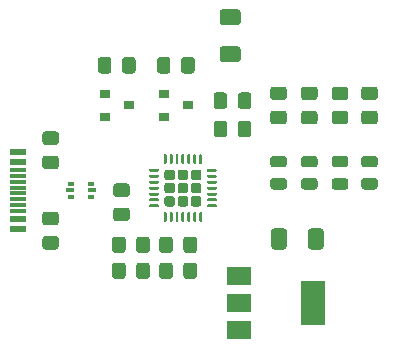
<source format=gtp>
G04 #@! TF.GenerationSoftware,KiCad,Pcbnew,(5.1.10)-1*
G04 #@! TF.CreationDate,2021-10-05T03:14:11+03:00*
G04 #@! TF.ProjectId,programming_board,70726f67-7261-46d6-9d69-6e675f626f61,rev?*
G04 #@! TF.SameCoordinates,Original*
G04 #@! TF.FileFunction,Paste,Top*
G04 #@! TF.FilePolarity,Positive*
%FSLAX46Y46*%
G04 Gerber Fmt 4.6, Leading zero omitted, Abs format (unit mm)*
G04 Created by KiCad (PCBNEW (5.1.10)-1) date 2021-10-05 03:14:11*
%MOMM*%
%LPD*%
G01*
G04 APERTURE LIST*
%ADD10R,0.500000X0.375000*%
%ADD11R,0.650000X0.300000*%
%ADD12R,2.000000X1.500000*%
%ADD13R,2.000000X3.800000*%
%ADD14R,0.900000X0.800000*%
%ADD15R,1.450000X0.600000*%
%ADD16R,1.450000X0.300000*%
G04 APERTURE END LIST*
G36*
G01*
X178470000Y-97545000D02*
X178470000Y-97095000D01*
G75*
G02*
X178695000Y-96870000I225000J0D01*
G01*
X179145000Y-96870000D01*
G75*
G02*
X179370000Y-97095000I0J-225000D01*
G01*
X179370000Y-97545000D01*
G75*
G02*
X179145000Y-97770000I-225000J0D01*
G01*
X178695000Y-97770000D01*
G75*
G02*
X178470000Y-97545000I0J225000D01*
G01*
G37*
G36*
G01*
X178470000Y-96425000D02*
X178470000Y-95975000D01*
G75*
G02*
X178695000Y-95750000I225000J0D01*
G01*
X179145000Y-95750000D01*
G75*
G02*
X179370000Y-95975000I0J-225000D01*
G01*
X179370000Y-96425000D01*
G75*
G02*
X179145000Y-96650000I-225000J0D01*
G01*
X178695000Y-96650000D01*
G75*
G02*
X178470000Y-96425000I0J225000D01*
G01*
G37*
G36*
G01*
X178470000Y-95305000D02*
X178470000Y-94855000D01*
G75*
G02*
X178695000Y-94630000I225000J0D01*
G01*
X179145000Y-94630000D01*
G75*
G02*
X179370000Y-94855000I0J-225000D01*
G01*
X179370000Y-95305000D01*
G75*
G02*
X179145000Y-95530000I-225000J0D01*
G01*
X178695000Y-95530000D01*
G75*
G02*
X178470000Y-95305000I0J225000D01*
G01*
G37*
G36*
G01*
X177350000Y-97545000D02*
X177350000Y-97095000D01*
G75*
G02*
X177575000Y-96870000I225000J0D01*
G01*
X178025000Y-96870000D01*
G75*
G02*
X178250000Y-97095000I0J-225000D01*
G01*
X178250000Y-97545000D01*
G75*
G02*
X178025000Y-97770000I-225000J0D01*
G01*
X177575000Y-97770000D01*
G75*
G02*
X177350000Y-97545000I0J225000D01*
G01*
G37*
G36*
G01*
X177350000Y-96425000D02*
X177350000Y-95975000D01*
G75*
G02*
X177575000Y-95750000I225000J0D01*
G01*
X178025000Y-95750000D01*
G75*
G02*
X178250000Y-95975000I0J-225000D01*
G01*
X178250000Y-96425000D01*
G75*
G02*
X178025000Y-96650000I-225000J0D01*
G01*
X177575000Y-96650000D01*
G75*
G02*
X177350000Y-96425000I0J225000D01*
G01*
G37*
G36*
G01*
X177350000Y-95305000D02*
X177350000Y-94855000D01*
G75*
G02*
X177575000Y-94630000I225000J0D01*
G01*
X178025000Y-94630000D01*
G75*
G02*
X178250000Y-94855000I0J-225000D01*
G01*
X178250000Y-95305000D01*
G75*
G02*
X178025000Y-95530000I-225000J0D01*
G01*
X177575000Y-95530000D01*
G75*
G02*
X177350000Y-95305000I0J225000D01*
G01*
G37*
G36*
G01*
X176230000Y-97545000D02*
X176230000Y-97095000D01*
G75*
G02*
X176455000Y-96870000I225000J0D01*
G01*
X176905000Y-96870000D01*
G75*
G02*
X177130000Y-97095000I0J-225000D01*
G01*
X177130000Y-97545000D01*
G75*
G02*
X176905000Y-97770000I-225000J0D01*
G01*
X176455000Y-97770000D01*
G75*
G02*
X176230000Y-97545000I0J225000D01*
G01*
G37*
G36*
G01*
X176230000Y-96425000D02*
X176230000Y-95975000D01*
G75*
G02*
X176455000Y-95750000I225000J0D01*
G01*
X176905000Y-95750000D01*
G75*
G02*
X177130000Y-95975000I0J-225000D01*
G01*
X177130000Y-96425000D01*
G75*
G02*
X176905000Y-96650000I-225000J0D01*
G01*
X176455000Y-96650000D01*
G75*
G02*
X176230000Y-96425000I0J225000D01*
G01*
G37*
G36*
G01*
X176230000Y-95305000D02*
X176230000Y-94855000D01*
G75*
G02*
X176455000Y-94630000I225000J0D01*
G01*
X176905000Y-94630000D01*
G75*
G02*
X177130000Y-94855000I0J-225000D01*
G01*
X177130000Y-95305000D01*
G75*
G02*
X176905000Y-95530000I-225000J0D01*
G01*
X176455000Y-95530000D01*
G75*
G02*
X176230000Y-95305000I0J225000D01*
G01*
G37*
G36*
G01*
X176175000Y-94087500D02*
X176175000Y-93412500D01*
G75*
G02*
X176237500Y-93350000I62500J0D01*
G01*
X176362500Y-93350000D01*
G75*
G02*
X176425000Y-93412500I0J-62500D01*
G01*
X176425000Y-94087500D01*
G75*
G02*
X176362500Y-94150000I-62500J0D01*
G01*
X176237500Y-94150000D01*
G75*
G02*
X176175000Y-94087500I0J62500D01*
G01*
G37*
G36*
G01*
X176675000Y-94087500D02*
X176675000Y-93412500D01*
G75*
G02*
X176737500Y-93350000I62500J0D01*
G01*
X176862500Y-93350000D01*
G75*
G02*
X176925000Y-93412500I0J-62500D01*
G01*
X176925000Y-94087500D01*
G75*
G02*
X176862500Y-94150000I-62500J0D01*
G01*
X176737500Y-94150000D01*
G75*
G02*
X176675000Y-94087500I0J62500D01*
G01*
G37*
G36*
G01*
X177175000Y-94087500D02*
X177175000Y-93412500D01*
G75*
G02*
X177237500Y-93350000I62500J0D01*
G01*
X177362500Y-93350000D01*
G75*
G02*
X177425000Y-93412500I0J-62500D01*
G01*
X177425000Y-94087500D01*
G75*
G02*
X177362500Y-94150000I-62500J0D01*
G01*
X177237500Y-94150000D01*
G75*
G02*
X177175000Y-94087500I0J62500D01*
G01*
G37*
G36*
G01*
X177675000Y-94087500D02*
X177675000Y-93412500D01*
G75*
G02*
X177737500Y-93350000I62500J0D01*
G01*
X177862500Y-93350000D01*
G75*
G02*
X177925000Y-93412500I0J-62500D01*
G01*
X177925000Y-94087500D01*
G75*
G02*
X177862500Y-94150000I-62500J0D01*
G01*
X177737500Y-94150000D01*
G75*
G02*
X177675000Y-94087500I0J62500D01*
G01*
G37*
G36*
G01*
X178175000Y-94087500D02*
X178175000Y-93412500D01*
G75*
G02*
X178237500Y-93350000I62500J0D01*
G01*
X178362500Y-93350000D01*
G75*
G02*
X178425000Y-93412500I0J-62500D01*
G01*
X178425000Y-94087500D01*
G75*
G02*
X178362500Y-94150000I-62500J0D01*
G01*
X178237500Y-94150000D01*
G75*
G02*
X178175000Y-94087500I0J62500D01*
G01*
G37*
G36*
G01*
X178675000Y-94087500D02*
X178675000Y-93412500D01*
G75*
G02*
X178737500Y-93350000I62500J0D01*
G01*
X178862500Y-93350000D01*
G75*
G02*
X178925000Y-93412500I0J-62500D01*
G01*
X178925000Y-94087500D01*
G75*
G02*
X178862500Y-94150000I-62500J0D01*
G01*
X178737500Y-94150000D01*
G75*
G02*
X178675000Y-94087500I0J62500D01*
G01*
G37*
G36*
G01*
X179175000Y-94087500D02*
X179175000Y-93412500D01*
G75*
G02*
X179237500Y-93350000I62500J0D01*
G01*
X179362500Y-93350000D01*
G75*
G02*
X179425000Y-93412500I0J-62500D01*
G01*
X179425000Y-94087500D01*
G75*
G02*
X179362500Y-94150000I-62500J0D01*
G01*
X179237500Y-94150000D01*
G75*
G02*
X179175000Y-94087500I0J62500D01*
G01*
G37*
G36*
G01*
X179850000Y-94762500D02*
X179850000Y-94637500D01*
G75*
G02*
X179912500Y-94575000I62500J0D01*
G01*
X180587500Y-94575000D01*
G75*
G02*
X180650000Y-94637500I0J-62500D01*
G01*
X180650000Y-94762500D01*
G75*
G02*
X180587500Y-94825000I-62500J0D01*
G01*
X179912500Y-94825000D01*
G75*
G02*
X179850000Y-94762500I0J62500D01*
G01*
G37*
G36*
G01*
X179850000Y-95262500D02*
X179850000Y-95137500D01*
G75*
G02*
X179912500Y-95075000I62500J0D01*
G01*
X180587500Y-95075000D01*
G75*
G02*
X180650000Y-95137500I0J-62500D01*
G01*
X180650000Y-95262500D01*
G75*
G02*
X180587500Y-95325000I-62500J0D01*
G01*
X179912500Y-95325000D01*
G75*
G02*
X179850000Y-95262500I0J62500D01*
G01*
G37*
G36*
G01*
X179850000Y-95762500D02*
X179850000Y-95637500D01*
G75*
G02*
X179912500Y-95575000I62500J0D01*
G01*
X180587500Y-95575000D01*
G75*
G02*
X180650000Y-95637500I0J-62500D01*
G01*
X180650000Y-95762500D01*
G75*
G02*
X180587500Y-95825000I-62500J0D01*
G01*
X179912500Y-95825000D01*
G75*
G02*
X179850000Y-95762500I0J62500D01*
G01*
G37*
G36*
G01*
X179850000Y-96262500D02*
X179850000Y-96137500D01*
G75*
G02*
X179912500Y-96075000I62500J0D01*
G01*
X180587500Y-96075000D01*
G75*
G02*
X180650000Y-96137500I0J-62500D01*
G01*
X180650000Y-96262500D01*
G75*
G02*
X180587500Y-96325000I-62500J0D01*
G01*
X179912500Y-96325000D01*
G75*
G02*
X179850000Y-96262500I0J62500D01*
G01*
G37*
G36*
G01*
X179850000Y-96762500D02*
X179850000Y-96637500D01*
G75*
G02*
X179912500Y-96575000I62500J0D01*
G01*
X180587500Y-96575000D01*
G75*
G02*
X180650000Y-96637500I0J-62500D01*
G01*
X180650000Y-96762500D01*
G75*
G02*
X180587500Y-96825000I-62500J0D01*
G01*
X179912500Y-96825000D01*
G75*
G02*
X179850000Y-96762500I0J62500D01*
G01*
G37*
G36*
G01*
X179850000Y-97262500D02*
X179850000Y-97137500D01*
G75*
G02*
X179912500Y-97075000I62500J0D01*
G01*
X180587500Y-97075000D01*
G75*
G02*
X180650000Y-97137500I0J-62500D01*
G01*
X180650000Y-97262500D01*
G75*
G02*
X180587500Y-97325000I-62500J0D01*
G01*
X179912500Y-97325000D01*
G75*
G02*
X179850000Y-97262500I0J62500D01*
G01*
G37*
G36*
G01*
X179850000Y-97762500D02*
X179850000Y-97637500D01*
G75*
G02*
X179912500Y-97575000I62500J0D01*
G01*
X180587500Y-97575000D01*
G75*
G02*
X180650000Y-97637500I0J-62500D01*
G01*
X180650000Y-97762500D01*
G75*
G02*
X180587500Y-97825000I-62500J0D01*
G01*
X179912500Y-97825000D01*
G75*
G02*
X179850000Y-97762500I0J62500D01*
G01*
G37*
G36*
G01*
X179175000Y-98987500D02*
X179175000Y-98312500D01*
G75*
G02*
X179237500Y-98250000I62500J0D01*
G01*
X179362500Y-98250000D01*
G75*
G02*
X179425000Y-98312500I0J-62500D01*
G01*
X179425000Y-98987500D01*
G75*
G02*
X179362500Y-99050000I-62500J0D01*
G01*
X179237500Y-99050000D01*
G75*
G02*
X179175000Y-98987500I0J62500D01*
G01*
G37*
G36*
G01*
X178675000Y-98987500D02*
X178675000Y-98312500D01*
G75*
G02*
X178737500Y-98250000I62500J0D01*
G01*
X178862500Y-98250000D01*
G75*
G02*
X178925000Y-98312500I0J-62500D01*
G01*
X178925000Y-98987500D01*
G75*
G02*
X178862500Y-99050000I-62500J0D01*
G01*
X178737500Y-99050000D01*
G75*
G02*
X178675000Y-98987500I0J62500D01*
G01*
G37*
G36*
G01*
X178175000Y-98987500D02*
X178175000Y-98312500D01*
G75*
G02*
X178237500Y-98250000I62500J0D01*
G01*
X178362500Y-98250000D01*
G75*
G02*
X178425000Y-98312500I0J-62500D01*
G01*
X178425000Y-98987500D01*
G75*
G02*
X178362500Y-99050000I-62500J0D01*
G01*
X178237500Y-99050000D01*
G75*
G02*
X178175000Y-98987500I0J62500D01*
G01*
G37*
G36*
G01*
X177675000Y-98987500D02*
X177675000Y-98312500D01*
G75*
G02*
X177737500Y-98250000I62500J0D01*
G01*
X177862500Y-98250000D01*
G75*
G02*
X177925000Y-98312500I0J-62500D01*
G01*
X177925000Y-98987500D01*
G75*
G02*
X177862500Y-99050000I-62500J0D01*
G01*
X177737500Y-99050000D01*
G75*
G02*
X177675000Y-98987500I0J62500D01*
G01*
G37*
G36*
G01*
X177175000Y-98987500D02*
X177175000Y-98312500D01*
G75*
G02*
X177237500Y-98250000I62500J0D01*
G01*
X177362500Y-98250000D01*
G75*
G02*
X177425000Y-98312500I0J-62500D01*
G01*
X177425000Y-98987500D01*
G75*
G02*
X177362500Y-99050000I-62500J0D01*
G01*
X177237500Y-99050000D01*
G75*
G02*
X177175000Y-98987500I0J62500D01*
G01*
G37*
G36*
G01*
X176675000Y-98987500D02*
X176675000Y-98312500D01*
G75*
G02*
X176737500Y-98250000I62500J0D01*
G01*
X176862500Y-98250000D01*
G75*
G02*
X176925000Y-98312500I0J-62500D01*
G01*
X176925000Y-98987500D01*
G75*
G02*
X176862500Y-99050000I-62500J0D01*
G01*
X176737500Y-99050000D01*
G75*
G02*
X176675000Y-98987500I0J62500D01*
G01*
G37*
G36*
G01*
X176175000Y-98987500D02*
X176175000Y-98312500D01*
G75*
G02*
X176237500Y-98250000I62500J0D01*
G01*
X176362500Y-98250000D01*
G75*
G02*
X176425000Y-98312500I0J-62500D01*
G01*
X176425000Y-98987500D01*
G75*
G02*
X176362500Y-99050000I-62500J0D01*
G01*
X176237500Y-99050000D01*
G75*
G02*
X176175000Y-98987500I0J62500D01*
G01*
G37*
G36*
G01*
X174950000Y-97762500D02*
X174950000Y-97637500D01*
G75*
G02*
X175012500Y-97575000I62500J0D01*
G01*
X175687500Y-97575000D01*
G75*
G02*
X175750000Y-97637500I0J-62500D01*
G01*
X175750000Y-97762500D01*
G75*
G02*
X175687500Y-97825000I-62500J0D01*
G01*
X175012500Y-97825000D01*
G75*
G02*
X174950000Y-97762500I0J62500D01*
G01*
G37*
G36*
G01*
X174950000Y-97262500D02*
X174950000Y-97137500D01*
G75*
G02*
X175012500Y-97075000I62500J0D01*
G01*
X175687500Y-97075000D01*
G75*
G02*
X175750000Y-97137500I0J-62500D01*
G01*
X175750000Y-97262500D01*
G75*
G02*
X175687500Y-97325000I-62500J0D01*
G01*
X175012500Y-97325000D01*
G75*
G02*
X174950000Y-97262500I0J62500D01*
G01*
G37*
G36*
G01*
X174950000Y-96762500D02*
X174950000Y-96637500D01*
G75*
G02*
X175012500Y-96575000I62500J0D01*
G01*
X175687500Y-96575000D01*
G75*
G02*
X175750000Y-96637500I0J-62500D01*
G01*
X175750000Y-96762500D01*
G75*
G02*
X175687500Y-96825000I-62500J0D01*
G01*
X175012500Y-96825000D01*
G75*
G02*
X174950000Y-96762500I0J62500D01*
G01*
G37*
G36*
G01*
X174950000Y-96262500D02*
X174950000Y-96137500D01*
G75*
G02*
X175012500Y-96075000I62500J0D01*
G01*
X175687500Y-96075000D01*
G75*
G02*
X175750000Y-96137500I0J-62500D01*
G01*
X175750000Y-96262500D01*
G75*
G02*
X175687500Y-96325000I-62500J0D01*
G01*
X175012500Y-96325000D01*
G75*
G02*
X174950000Y-96262500I0J62500D01*
G01*
G37*
G36*
G01*
X174950000Y-95762500D02*
X174950000Y-95637500D01*
G75*
G02*
X175012500Y-95575000I62500J0D01*
G01*
X175687500Y-95575000D01*
G75*
G02*
X175750000Y-95637500I0J-62500D01*
G01*
X175750000Y-95762500D01*
G75*
G02*
X175687500Y-95825000I-62500J0D01*
G01*
X175012500Y-95825000D01*
G75*
G02*
X174950000Y-95762500I0J62500D01*
G01*
G37*
G36*
G01*
X174950000Y-95262500D02*
X174950000Y-95137500D01*
G75*
G02*
X175012500Y-95075000I62500J0D01*
G01*
X175687500Y-95075000D01*
G75*
G02*
X175750000Y-95137500I0J-62500D01*
G01*
X175750000Y-95262500D01*
G75*
G02*
X175687500Y-95325000I-62500J0D01*
G01*
X175012500Y-95325000D01*
G75*
G02*
X174950000Y-95262500I0J62500D01*
G01*
G37*
G36*
G01*
X174950000Y-94762500D02*
X174950000Y-94637500D01*
G75*
G02*
X175012500Y-94575000I62500J0D01*
G01*
X175687500Y-94575000D01*
G75*
G02*
X175750000Y-94637500I0J-62500D01*
G01*
X175750000Y-94762500D01*
G75*
G02*
X175687500Y-94825000I-62500J0D01*
G01*
X175012500Y-94825000D01*
G75*
G02*
X174950000Y-94762500I0J62500D01*
G01*
G37*
D10*
X170050000Y-95862500D03*
X170050000Y-96937500D03*
D11*
X168275000Y-96400000D03*
X170125000Y-96400000D03*
D10*
X168350000Y-96937500D03*
X168350000Y-95862500D03*
D12*
X182550000Y-103600000D03*
X182550000Y-108200000D03*
X182550000Y-105900000D03*
D13*
X188850000Y-105900000D03*
G36*
G01*
X167050001Y-99350000D02*
X166149999Y-99350000D01*
G75*
G02*
X165900000Y-99100001I0J249999D01*
G01*
X165900000Y-98449999D01*
G75*
G02*
X166149999Y-98200000I249999J0D01*
G01*
X167050001Y-98200000D01*
G75*
G02*
X167300000Y-98449999I0J-249999D01*
G01*
X167300000Y-99100001D01*
G75*
G02*
X167050001Y-99350000I-249999J0D01*
G01*
G37*
G36*
G01*
X167050001Y-101400000D02*
X166149999Y-101400000D01*
G75*
G02*
X165900000Y-101150001I0J249999D01*
G01*
X165900000Y-100499999D01*
G75*
G02*
X166149999Y-100250000I249999J0D01*
G01*
X167050001Y-100250000D01*
G75*
G02*
X167300000Y-100499999I0J-249999D01*
G01*
X167300000Y-101150001D01*
G75*
G02*
X167050001Y-101400000I-249999J0D01*
G01*
G37*
G36*
G01*
X172650000Y-86250001D02*
X172650000Y-85349999D01*
G75*
G02*
X172899999Y-85100000I249999J0D01*
G01*
X173550001Y-85100000D01*
G75*
G02*
X173800000Y-85349999I0J-249999D01*
G01*
X173800000Y-86250001D01*
G75*
G02*
X173550001Y-86500000I-249999J0D01*
G01*
X172899999Y-86500000D01*
G75*
G02*
X172650000Y-86250001I0J249999D01*
G01*
G37*
G36*
G01*
X170600000Y-86250001D02*
X170600000Y-85349999D01*
G75*
G02*
X170849999Y-85100000I249999J0D01*
G01*
X171500001Y-85100000D01*
G75*
G02*
X171750000Y-85349999I0J-249999D01*
G01*
X171750000Y-86250001D01*
G75*
G02*
X171500001Y-86500000I-249999J0D01*
G01*
X170849999Y-86500000D01*
G75*
G02*
X170600000Y-86250001I0J249999D01*
G01*
G37*
G36*
G01*
X166149999Y-93450000D02*
X167050001Y-93450000D01*
G75*
G02*
X167300000Y-93699999I0J-249999D01*
G01*
X167300000Y-94350001D01*
G75*
G02*
X167050001Y-94600000I-249999J0D01*
G01*
X166149999Y-94600000D01*
G75*
G02*
X165900000Y-94350001I0J249999D01*
G01*
X165900000Y-93699999D01*
G75*
G02*
X166149999Y-93450000I249999J0D01*
G01*
G37*
G36*
G01*
X166149999Y-91400000D02*
X167050001Y-91400000D01*
G75*
G02*
X167300000Y-91649999I0J-249999D01*
G01*
X167300000Y-92300001D01*
G75*
G02*
X167050001Y-92550000I-249999J0D01*
G01*
X166149999Y-92550000D01*
G75*
G02*
X165900000Y-92300001I0J249999D01*
G01*
X165900000Y-91649999D01*
G75*
G02*
X166149999Y-91400000I249999J0D01*
G01*
G37*
G36*
G01*
X177650000Y-86250001D02*
X177650000Y-85349999D01*
G75*
G02*
X177899999Y-85100000I249999J0D01*
G01*
X178550001Y-85100000D01*
G75*
G02*
X178800000Y-85349999I0J-249999D01*
G01*
X178800000Y-86250001D01*
G75*
G02*
X178550001Y-86500000I-249999J0D01*
G01*
X177899999Y-86500000D01*
G75*
G02*
X177650000Y-86250001I0J249999D01*
G01*
G37*
G36*
G01*
X175600000Y-86250001D02*
X175600000Y-85349999D01*
G75*
G02*
X175849999Y-85100000I249999J0D01*
G01*
X176500001Y-85100000D01*
G75*
G02*
X176750000Y-85349999I0J-249999D01*
G01*
X176750000Y-86250001D01*
G75*
G02*
X176500001Y-86500000I-249999J0D01*
G01*
X175849999Y-86500000D01*
G75*
G02*
X175600000Y-86250001I0J249999D01*
G01*
G37*
G36*
G01*
X176950000Y-100549999D02*
X176950000Y-101450001D01*
G75*
G02*
X176700001Y-101700000I-249999J0D01*
G01*
X176049999Y-101700000D01*
G75*
G02*
X175800000Y-101450001I0J249999D01*
G01*
X175800000Y-100549999D01*
G75*
G02*
X176049999Y-100300000I249999J0D01*
G01*
X176700001Y-100300000D01*
G75*
G02*
X176950000Y-100549999I0J-249999D01*
G01*
G37*
G36*
G01*
X179000000Y-100549999D02*
X179000000Y-101450001D01*
G75*
G02*
X178750001Y-101700000I-249999J0D01*
G01*
X178099999Y-101700000D01*
G75*
G02*
X177850000Y-101450001I0J249999D01*
G01*
X177850000Y-100549999D01*
G75*
G02*
X178099999Y-100300000I249999J0D01*
G01*
X178750001Y-100300000D01*
G75*
G02*
X179000000Y-100549999I0J-249999D01*
G01*
G37*
G36*
G01*
X182450000Y-91650001D02*
X182450000Y-90749999D01*
G75*
G02*
X182699999Y-90500000I249999J0D01*
G01*
X183350001Y-90500000D01*
G75*
G02*
X183600000Y-90749999I0J-249999D01*
G01*
X183600000Y-91650001D01*
G75*
G02*
X183350001Y-91900000I-249999J0D01*
G01*
X182699999Y-91900000D01*
G75*
G02*
X182450000Y-91650001I0J249999D01*
G01*
G37*
G36*
G01*
X180400000Y-91650001D02*
X180400000Y-90749999D01*
G75*
G02*
X180649999Y-90500000I249999J0D01*
G01*
X181300001Y-90500000D01*
G75*
G02*
X181550000Y-90749999I0J-249999D01*
G01*
X181550000Y-91650001D01*
G75*
G02*
X181300001Y-91900000I-249999J0D01*
G01*
X180649999Y-91900000D01*
G75*
G02*
X180400000Y-91650001I0J249999D01*
G01*
G37*
G36*
G01*
X177850000Y-103650001D02*
X177850000Y-102749999D01*
G75*
G02*
X178099999Y-102500000I249999J0D01*
G01*
X178750001Y-102500000D01*
G75*
G02*
X179000000Y-102749999I0J-249999D01*
G01*
X179000000Y-103650001D01*
G75*
G02*
X178750001Y-103900000I-249999J0D01*
G01*
X178099999Y-103900000D01*
G75*
G02*
X177850000Y-103650001I0J249999D01*
G01*
G37*
G36*
G01*
X175800000Y-103650001D02*
X175800000Y-102749999D01*
G75*
G02*
X176049999Y-102500000I249999J0D01*
G01*
X176700001Y-102500000D01*
G75*
G02*
X176950000Y-102749999I0J-249999D01*
G01*
X176950000Y-103650001D01*
G75*
G02*
X176700001Y-103900000I-249999J0D01*
G01*
X176049999Y-103900000D01*
G75*
G02*
X175800000Y-103650001I0J249999D01*
G01*
G37*
G36*
G01*
X193149999Y-89650000D02*
X194050001Y-89650000D01*
G75*
G02*
X194300000Y-89899999I0J-249999D01*
G01*
X194300000Y-90550001D01*
G75*
G02*
X194050001Y-90800000I-249999J0D01*
G01*
X193149999Y-90800000D01*
G75*
G02*
X192900000Y-90550001I0J249999D01*
G01*
X192900000Y-89899999D01*
G75*
G02*
X193149999Y-89650000I249999J0D01*
G01*
G37*
G36*
G01*
X193149999Y-87600000D02*
X194050001Y-87600000D01*
G75*
G02*
X194300000Y-87849999I0J-249999D01*
G01*
X194300000Y-88500001D01*
G75*
G02*
X194050001Y-88750000I-249999J0D01*
G01*
X193149999Y-88750000D01*
G75*
G02*
X192900000Y-88500001I0J249999D01*
G01*
X192900000Y-87849999D01*
G75*
G02*
X193149999Y-87600000I249999J0D01*
G01*
G37*
G36*
G01*
X190649999Y-89650000D02*
X191550001Y-89650000D01*
G75*
G02*
X191800000Y-89899999I0J-249999D01*
G01*
X191800000Y-90550001D01*
G75*
G02*
X191550001Y-90800000I-249999J0D01*
G01*
X190649999Y-90800000D01*
G75*
G02*
X190400000Y-90550001I0J249999D01*
G01*
X190400000Y-89899999D01*
G75*
G02*
X190649999Y-89650000I249999J0D01*
G01*
G37*
G36*
G01*
X190649999Y-87600000D02*
X191550001Y-87600000D01*
G75*
G02*
X191800000Y-87849999I0J-249999D01*
G01*
X191800000Y-88500001D01*
G75*
G02*
X191550001Y-88750000I-249999J0D01*
G01*
X190649999Y-88750000D01*
G75*
G02*
X190400000Y-88500001I0J249999D01*
G01*
X190400000Y-87849999D01*
G75*
G02*
X190649999Y-87600000I249999J0D01*
G01*
G37*
G36*
G01*
X188049999Y-89650000D02*
X188950001Y-89650000D01*
G75*
G02*
X189200000Y-89899999I0J-249999D01*
G01*
X189200000Y-90550001D01*
G75*
G02*
X188950001Y-90800000I-249999J0D01*
G01*
X188049999Y-90800000D01*
G75*
G02*
X187800000Y-90550001I0J249999D01*
G01*
X187800000Y-89899999D01*
G75*
G02*
X188049999Y-89650000I249999J0D01*
G01*
G37*
G36*
G01*
X188049999Y-87600000D02*
X188950001Y-87600000D01*
G75*
G02*
X189200000Y-87849999I0J-249999D01*
G01*
X189200000Y-88500001D01*
G75*
G02*
X188950001Y-88750000I-249999J0D01*
G01*
X188049999Y-88750000D01*
G75*
G02*
X187800000Y-88500001I0J249999D01*
G01*
X187800000Y-87849999D01*
G75*
G02*
X188049999Y-87600000I249999J0D01*
G01*
G37*
G36*
G01*
X185449999Y-89650000D02*
X186350001Y-89650000D01*
G75*
G02*
X186600000Y-89899999I0J-249999D01*
G01*
X186600000Y-90550001D01*
G75*
G02*
X186350001Y-90800000I-249999J0D01*
G01*
X185449999Y-90800000D01*
G75*
G02*
X185200000Y-90550001I0J249999D01*
G01*
X185200000Y-89899999D01*
G75*
G02*
X185449999Y-89650000I249999J0D01*
G01*
G37*
G36*
G01*
X185449999Y-87600000D02*
X186350001Y-87600000D01*
G75*
G02*
X186600000Y-87849999I0J-249999D01*
G01*
X186600000Y-88500001D01*
G75*
G02*
X186350001Y-88750000I-249999J0D01*
G01*
X185449999Y-88750000D01*
G75*
G02*
X185200000Y-88500001I0J249999D01*
G01*
X185200000Y-87849999D01*
G75*
G02*
X185449999Y-87600000I249999J0D01*
G01*
G37*
D14*
X173200000Y-89200000D03*
X171200000Y-90150000D03*
X171200000Y-88250000D03*
X178200000Y-89200000D03*
X176200000Y-90150000D03*
X176200000Y-88250000D03*
D15*
X163845000Y-99650000D03*
X163845000Y-98850000D03*
X163845000Y-93950000D03*
X163845000Y-93150000D03*
X163845000Y-93150000D03*
X163845000Y-93950000D03*
X163845000Y-98850000D03*
X163845000Y-99650000D03*
D16*
X163845000Y-94650000D03*
X163845000Y-95150000D03*
X163845000Y-95650000D03*
X163845000Y-96650000D03*
X163845000Y-97150000D03*
X163845000Y-97650000D03*
X163845000Y-98150000D03*
X163845000Y-96150000D03*
G36*
G01*
X194056250Y-94450000D02*
X193143750Y-94450000D01*
G75*
G02*
X192900000Y-94206250I0J243750D01*
G01*
X192900000Y-93718750D01*
G75*
G02*
X193143750Y-93475000I243750J0D01*
G01*
X194056250Y-93475000D01*
G75*
G02*
X194300000Y-93718750I0J-243750D01*
G01*
X194300000Y-94206250D01*
G75*
G02*
X194056250Y-94450000I-243750J0D01*
G01*
G37*
G36*
G01*
X194056250Y-96325000D02*
X193143750Y-96325000D01*
G75*
G02*
X192900000Y-96081250I0J243750D01*
G01*
X192900000Y-95593750D01*
G75*
G02*
X193143750Y-95350000I243750J0D01*
G01*
X194056250Y-95350000D01*
G75*
G02*
X194300000Y-95593750I0J-243750D01*
G01*
X194300000Y-96081250D01*
G75*
G02*
X194056250Y-96325000I-243750J0D01*
G01*
G37*
G36*
G01*
X191556250Y-94450000D02*
X190643750Y-94450000D01*
G75*
G02*
X190400000Y-94206250I0J243750D01*
G01*
X190400000Y-93718750D01*
G75*
G02*
X190643750Y-93475000I243750J0D01*
G01*
X191556250Y-93475000D01*
G75*
G02*
X191800000Y-93718750I0J-243750D01*
G01*
X191800000Y-94206250D01*
G75*
G02*
X191556250Y-94450000I-243750J0D01*
G01*
G37*
G36*
G01*
X191556250Y-96325000D02*
X190643750Y-96325000D01*
G75*
G02*
X190400000Y-96081250I0J243750D01*
G01*
X190400000Y-95593750D01*
G75*
G02*
X190643750Y-95350000I243750J0D01*
G01*
X191556250Y-95350000D01*
G75*
G02*
X191800000Y-95593750I0J-243750D01*
G01*
X191800000Y-96081250D01*
G75*
G02*
X191556250Y-96325000I-243750J0D01*
G01*
G37*
G36*
G01*
X188956250Y-94450000D02*
X188043750Y-94450000D01*
G75*
G02*
X187800000Y-94206250I0J243750D01*
G01*
X187800000Y-93718750D01*
G75*
G02*
X188043750Y-93475000I243750J0D01*
G01*
X188956250Y-93475000D01*
G75*
G02*
X189200000Y-93718750I0J-243750D01*
G01*
X189200000Y-94206250D01*
G75*
G02*
X188956250Y-94450000I-243750J0D01*
G01*
G37*
G36*
G01*
X188956250Y-96325000D02*
X188043750Y-96325000D01*
G75*
G02*
X187800000Y-96081250I0J243750D01*
G01*
X187800000Y-95593750D01*
G75*
G02*
X188043750Y-95350000I243750J0D01*
G01*
X188956250Y-95350000D01*
G75*
G02*
X189200000Y-95593750I0J-243750D01*
G01*
X189200000Y-96081250D01*
G75*
G02*
X188956250Y-96325000I-243750J0D01*
G01*
G37*
G36*
G01*
X186356250Y-94450000D02*
X185443750Y-94450000D01*
G75*
G02*
X185200000Y-94206250I0J243750D01*
G01*
X185200000Y-93718750D01*
G75*
G02*
X185443750Y-93475000I243750J0D01*
G01*
X186356250Y-93475000D01*
G75*
G02*
X186600000Y-93718750I0J-243750D01*
G01*
X186600000Y-94206250D01*
G75*
G02*
X186356250Y-94450000I-243750J0D01*
G01*
G37*
G36*
G01*
X186356250Y-96325000D02*
X185443750Y-96325000D01*
G75*
G02*
X185200000Y-96081250I0J243750D01*
G01*
X185200000Y-95593750D01*
G75*
G02*
X185443750Y-95350000I243750J0D01*
G01*
X186356250Y-95350000D01*
G75*
G02*
X186600000Y-95593750I0J-243750D01*
G01*
X186600000Y-96081250D01*
G75*
G02*
X186356250Y-96325000I-243750J0D01*
G01*
G37*
G36*
G01*
X172149999Y-97850000D02*
X173050001Y-97850000D01*
G75*
G02*
X173300000Y-98099999I0J-249999D01*
G01*
X173300000Y-98750001D01*
G75*
G02*
X173050001Y-99000000I-249999J0D01*
G01*
X172149999Y-99000000D01*
G75*
G02*
X171900000Y-98750001I0J249999D01*
G01*
X171900000Y-98099999D01*
G75*
G02*
X172149999Y-97850000I249999J0D01*
G01*
G37*
G36*
G01*
X172149999Y-95800000D02*
X173050001Y-95800000D01*
G75*
G02*
X173300000Y-96049999I0J-249999D01*
G01*
X173300000Y-96700001D01*
G75*
G02*
X173050001Y-96950000I-249999J0D01*
G01*
X172149999Y-96950000D01*
G75*
G02*
X171900000Y-96700001I0J249999D01*
G01*
X171900000Y-96049999D01*
G75*
G02*
X172149999Y-95800000I249999J0D01*
G01*
G37*
G36*
G01*
X182450000Y-89250001D02*
X182450000Y-88349999D01*
G75*
G02*
X182699999Y-88100000I249999J0D01*
G01*
X183350001Y-88100000D01*
G75*
G02*
X183600000Y-88349999I0J-249999D01*
G01*
X183600000Y-89250001D01*
G75*
G02*
X183350001Y-89500000I-249999J0D01*
G01*
X182699999Y-89500000D01*
G75*
G02*
X182450000Y-89250001I0J249999D01*
G01*
G37*
G36*
G01*
X180400000Y-89250001D02*
X180400000Y-88349999D01*
G75*
G02*
X180649999Y-88100000I249999J0D01*
G01*
X181300001Y-88100000D01*
G75*
G02*
X181550000Y-88349999I0J-249999D01*
G01*
X181550000Y-89250001D01*
G75*
G02*
X181300001Y-89500000I-249999J0D01*
G01*
X180649999Y-89500000D01*
G75*
G02*
X180400000Y-89250001I0J249999D01*
G01*
G37*
G36*
G01*
X172950000Y-100549999D02*
X172950000Y-101450001D01*
G75*
G02*
X172700001Y-101700000I-249999J0D01*
G01*
X172049999Y-101700000D01*
G75*
G02*
X171800000Y-101450001I0J249999D01*
G01*
X171800000Y-100549999D01*
G75*
G02*
X172049999Y-100300000I249999J0D01*
G01*
X172700001Y-100300000D01*
G75*
G02*
X172950000Y-100549999I0J-249999D01*
G01*
G37*
G36*
G01*
X175000000Y-100549999D02*
X175000000Y-101450001D01*
G75*
G02*
X174750001Y-101700000I-249999J0D01*
G01*
X174099999Y-101700000D01*
G75*
G02*
X173850000Y-101450001I0J249999D01*
G01*
X173850000Y-100549999D01*
G75*
G02*
X174099999Y-100300000I249999J0D01*
G01*
X174750001Y-100300000D01*
G75*
G02*
X175000000Y-100549999I0J-249999D01*
G01*
G37*
G36*
G01*
X172950000Y-102749999D02*
X172950000Y-103650001D01*
G75*
G02*
X172700001Y-103900000I-249999J0D01*
G01*
X172049999Y-103900000D01*
G75*
G02*
X171800000Y-103650001I0J249999D01*
G01*
X171800000Y-102749999D01*
G75*
G02*
X172049999Y-102500000I249999J0D01*
G01*
X172700001Y-102500000D01*
G75*
G02*
X172950000Y-102749999I0J-249999D01*
G01*
G37*
G36*
G01*
X175000000Y-102749999D02*
X175000000Y-103650001D01*
G75*
G02*
X174750001Y-103900000I-249999J0D01*
G01*
X174099999Y-103900000D01*
G75*
G02*
X173850000Y-103650001I0J249999D01*
G01*
X173850000Y-102749999D01*
G75*
G02*
X174099999Y-102500000I249999J0D01*
G01*
X174750001Y-102500000D01*
G75*
G02*
X175000000Y-102749999I0J-249999D01*
G01*
G37*
G36*
G01*
X186600000Y-99849999D02*
X186600000Y-101150001D01*
G75*
G02*
X186350001Y-101400000I-249999J0D01*
G01*
X185524999Y-101400000D01*
G75*
G02*
X185275000Y-101150001I0J249999D01*
G01*
X185275000Y-99849999D01*
G75*
G02*
X185524999Y-99600000I249999J0D01*
G01*
X186350001Y-99600000D01*
G75*
G02*
X186600000Y-99849999I0J-249999D01*
G01*
G37*
G36*
G01*
X189725000Y-99849999D02*
X189725000Y-101150001D01*
G75*
G02*
X189475001Y-101400000I-249999J0D01*
G01*
X188649999Y-101400000D01*
G75*
G02*
X188400000Y-101150001I0J249999D01*
G01*
X188400000Y-99849999D01*
G75*
G02*
X188649999Y-99600000I249999J0D01*
G01*
X189475001Y-99600000D01*
G75*
G02*
X189725000Y-99849999I0J-249999D01*
G01*
G37*
G36*
G01*
X181149999Y-84200000D02*
X182450001Y-84200000D01*
G75*
G02*
X182700000Y-84449999I0J-249999D01*
G01*
X182700000Y-85275001D01*
G75*
G02*
X182450001Y-85525000I-249999J0D01*
G01*
X181149999Y-85525000D01*
G75*
G02*
X180900000Y-85275001I0J249999D01*
G01*
X180900000Y-84449999D01*
G75*
G02*
X181149999Y-84200000I249999J0D01*
G01*
G37*
G36*
G01*
X181149999Y-81075000D02*
X182450001Y-81075000D01*
G75*
G02*
X182700000Y-81324999I0J-249999D01*
G01*
X182700000Y-82150001D01*
G75*
G02*
X182450001Y-82400000I-249999J0D01*
G01*
X181149999Y-82400000D01*
G75*
G02*
X180900000Y-82150001I0J249999D01*
G01*
X180900000Y-81324999D01*
G75*
G02*
X181149999Y-81075000I249999J0D01*
G01*
G37*
M02*

</source>
